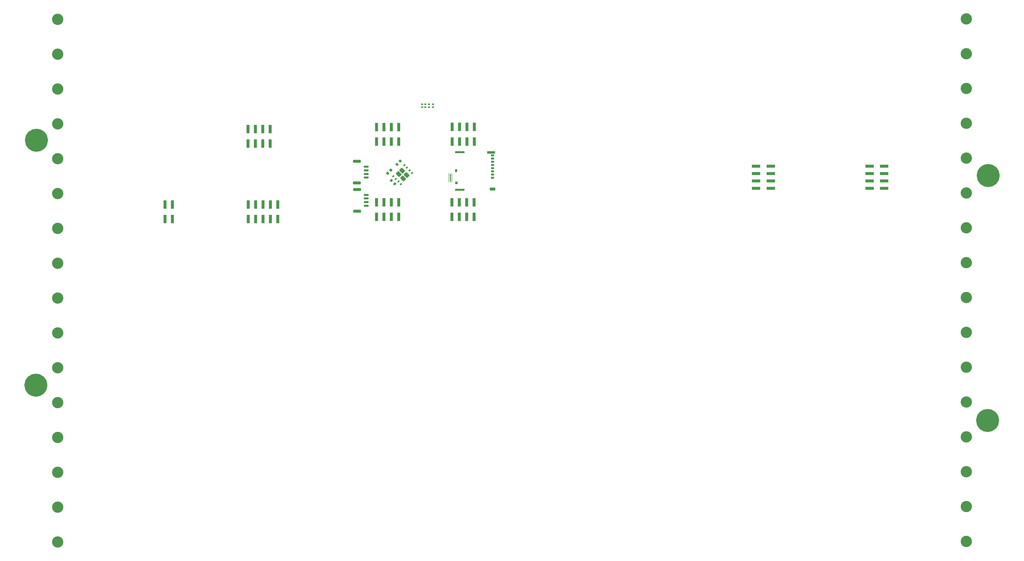
<source format=gbp>
G04 #@! TF.GenerationSoftware,KiCad,Pcbnew,9.0.0*
G04 #@! TF.CreationDate,2025-02-26T21:36:30+05:00*
G04 #@! TF.ProjectId,stencil,7374656e-6369-46c2-9e6b-696361645f70,rev?*
G04 #@! TF.SameCoordinates,Original*
G04 #@! TF.FileFunction,Paste,Bot*
G04 #@! TF.FilePolarity,Positive*
%FSLAX46Y46*%
G04 Gerber Fmt 4.6, Leading zero omitted, Abs format (unit mm)*
G04 Created by KiCad (PCBNEW 9.0.0) date 2025-02-26 21:36:30*
%MOMM*%
%LPD*%
G01*
G04 APERTURE LIST*
G04 Aperture macros list*
%AMRoundRect*
0 Rectangle with rounded corners*
0 $1 Rounding radius*
0 $2 $3 $4 $5 $6 $7 $8 $9 X,Y pos of 4 corners*
0 Add a 4 corners polygon primitive as box body*
4,1,4,$2,$3,$4,$5,$6,$7,$8,$9,$2,$3,0*
0 Add four circle primitives for the rounded corners*
1,1,$1+$1,$2,$3*
1,1,$1+$1,$4,$5*
1,1,$1+$1,$6,$7*
1,1,$1+$1,$8,$9*
0 Add four rect primitives between the rounded corners*
20,1,$1+$1,$2,$3,$4,$5,0*
20,1,$1+$1,$4,$5,$6,$7,0*
20,1,$1+$1,$6,$7,$8,$9,0*
20,1,$1+$1,$8,$9,$2,$3,0*%
G04 Aperture macros list end*
%ADD10C,1.950000*%
%ADD11C,3.950000*%
%ADD12R,3.000000X1.000000*%
%ADD13R,1.000000X3.000000*%
%ADD14RoundRect,0.200000X0.335876X0.053033X0.053033X0.335876X-0.335876X-0.053033X-0.053033X-0.335876X0*%
%ADD15RoundRect,0.200000X-0.053033X0.335876X-0.335876X0.053033X0.053033X-0.335876X0.335876X-0.053033X0*%
%ADD16R,1.100000X0.700000*%
%ADD17R,0.930000X0.900000*%
%ADD18R,0.780000X1.050000*%
%ADD19R,1.830000X1.140000*%
%ADD20R,2.800000X0.860000*%
%ADD21R,3.330000X0.700000*%
%ADD22RoundRect,0.150000X0.700000X-0.150000X0.700000X0.150000X-0.700000X0.150000X-0.700000X-0.150000X0*%
%ADD23RoundRect,0.250000X1.100000X-0.250000X1.100000X0.250000X-1.100000X0.250000X-1.100000X-0.250000X0*%
%ADD24RoundRect,0.225000X0.017678X-0.335876X0.335876X-0.017678X-0.017678X0.335876X-0.335876X0.017678X0*%
%ADD25RoundRect,0.147500X0.172500X-0.147500X0.172500X0.147500X-0.172500X0.147500X-0.172500X-0.147500X0*%
%ADD26RoundRect,0.250000X-0.127279X0.742462X-0.742462X0.127279X0.127279X-0.742462X0.742462X-0.127279X0*%
%ADD27RoundRect,0.125000X0.088388X0.265165X-0.265165X-0.088388X-0.088388X-0.265165X0.265165X0.088388X0*%
%ADD28R,0.450000X0.200000*%
%ADD29R,0.300000X2.800000*%
G04 APERTURE END LIST*
D10*
X369156999Y-43950000D02*
G75*
G02*
X367206999Y-43950000I-975000J0D01*
G01*
X367206999Y-43950000D02*
G75*
G02*
X369156999Y-43950000I975000J0D01*
G01*
X56775000Y-44100000D02*
G75*
G02*
X54825000Y-44100000I-975000J0D01*
G01*
X54825000Y-44100000D02*
G75*
G02*
X56775000Y-44100000I975000J0D01*
G01*
X56775000Y-104100000D02*
G75*
G02*
X54825000Y-104100000I-975000J0D01*
G01*
X54825000Y-104100000D02*
G75*
G02*
X56775000Y-104100000I975000J0D01*
G01*
X56775000Y-224100000D02*
G75*
G02*
X54825000Y-224100000I-975000J0D01*
G01*
X54825000Y-224100000D02*
G75*
G02*
X56775000Y-224100000I975000J0D01*
G01*
D11*
X50475000Y-85750000D02*
G75*
G02*
X46525000Y-85750000I-1975000J0D01*
G01*
X46525000Y-85750000D02*
G75*
G02*
X50475000Y-85750000I1975000J0D01*
G01*
D10*
X56775000Y-116100000D02*
G75*
G02*
X54825000Y-116100000I-975000J0D01*
G01*
X54825000Y-116100000D02*
G75*
G02*
X56775000Y-116100000I975000J0D01*
G01*
X56775000Y-92100000D02*
G75*
G02*
X54825000Y-92100000I-975000J0D01*
G01*
X54825000Y-92100000D02*
G75*
G02*
X56775000Y-92100000I975000J0D01*
G01*
D11*
X377675000Y-97900000D02*
G75*
G02*
X373725000Y-97900000I-1975000J0D01*
G01*
X373725000Y-97900000D02*
G75*
G02*
X377675000Y-97900000I1975000J0D01*
G01*
D10*
X56775000Y-56100000D02*
G75*
G02*
X54825000Y-56100000I-975000J0D01*
G01*
X54825000Y-56100000D02*
G75*
G02*
X56775000Y-56100000I975000J0D01*
G01*
D11*
X50275000Y-170100000D02*
G75*
G02*
X46325000Y-170100000I-1975000J0D01*
G01*
X46325000Y-170100000D02*
G75*
G02*
X50275000Y-170100000I1975000J0D01*
G01*
D10*
X56775000Y-128100000D02*
G75*
G02*
X54825000Y-128100000I-975000J0D01*
G01*
X54825000Y-128100000D02*
G75*
G02*
X56775000Y-128100000I975000J0D01*
G01*
X369156999Y-79900000D02*
G75*
G02*
X367206999Y-79900000I-975000J0D01*
G01*
X367206999Y-79900000D02*
G75*
G02*
X369156999Y-79900000I975000J0D01*
G01*
X56775000Y-200100000D02*
G75*
G02*
X54825000Y-200100000I-975000J0D01*
G01*
X54825000Y-200100000D02*
G75*
G02*
X56775000Y-200100000I975000J0D01*
G01*
X56775000Y-80100000D02*
G75*
G02*
X54825000Y-80100000I-975000J0D01*
G01*
X54825000Y-80100000D02*
G75*
G02*
X56775000Y-80100000I975000J0D01*
G01*
X369157001Y-175900000D02*
G75*
G02*
X367207001Y-175900000I-975000J0D01*
G01*
X367207001Y-175900000D02*
G75*
G02*
X369157001Y-175900000I975000J0D01*
G01*
X56775000Y-152100000D02*
G75*
G02*
X54825000Y-152100000I-975000J0D01*
G01*
X54825000Y-152100000D02*
G75*
G02*
X56775000Y-152100000I975000J0D01*
G01*
X56775000Y-176100000D02*
G75*
G02*
X54825000Y-176100000I-975000J0D01*
G01*
X54825000Y-176100000D02*
G75*
G02*
X56775000Y-176100000I975000J0D01*
G01*
X56775000Y-140100000D02*
G75*
G02*
X54825000Y-140100000I-975000J0D01*
G01*
X54825000Y-140100000D02*
G75*
G02*
X56775000Y-140100000I975000J0D01*
G01*
X369157001Y-103900000D02*
G75*
G02*
X367207001Y-103900000I-975000J0D01*
G01*
X367207001Y-103900000D02*
G75*
G02*
X369157001Y-103900000I975000J0D01*
G01*
X369157001Y-187900000D02*
G75*
G02*
X367207001Y-187900000I-975000J0D01*
G01*
X367207001Y-187900000D02*
G75*
G02*
X369157001Y-187900000I975000J0D01*
G01*
X369157001Y-223900000D02*
G75*
G02*
X367207001Y-223900000I-975000J0D01*
G01*
X367207001Y-223900000D02*
G75*
G02*
X369157001Y-223900000I975000J0D01*
G01*
X369157001Y-151900000D02*
G75*
G02*
X367207001Y-151900000I-975000J0D01*
G01*
X367207001Y-151900000D02*
G75*
G02*
X369157001Y-151900000I975000J0D01*
G01*
X369157001Y-163900000D02*
G75*
G02*
X367207001Y-163900000I-975000J0D01*
G01*
X367207001Y-163900000D02*
G75*
G02*
X369157001Y-163900000I975000J0D01*
G01*
X369157001Y-211900000D02*
G75*
G02*
X367207001Y-211900000I-975000J0D01*
G01*
X367207001Y-211900000D02*
G75*
G02*
X369157001Y-211900000I975000J0D01*
G01*
X56775000Y-164100000D02*
G75*
G02*
X54825000Y-164100000I-975000J0D01*
G01*
X54825000Y-164100000D02*
G75*
G02*
X56775000Y-164100000I975000J0D01*
G01*
X369157001Y-127900000D02*
G75*
G02*
X367207001Y-127900000I-975000J0D01*
G01*
X367207001Y-127900000D02*
G75*
G02*
X369157001Y-127900000I975000J0D01*
G01*
D11*
X377475000Y-182250000D02*
G75*
G02*
X373525000Y-182250000I-1975000J0D01*
G01*
X373525000Y-182250000D02*
G75*
G02*
X377475000Y-182250000I1975000J0D01*
G01*
D10*
X56775000Y-68100000D02*
G75*
G02*
X54825000Y-68100000I-975000J0D01*
G01*
X54825000Y-68100000D02*
G75*
G02*
X56775000Y-68100000I975000J0D01*
G01*
X369157001Y-199900000D02*
G75*
G02*
X367207001Y-199900000I-975000J0D01*
G01*
X367207001Y-199900000D02*
G75*
G02*
X369157001Y-199900000I975000J0D01*
G01*
X369157001Y-115900000D02*
G75*
G02*
X367207001Y-115900000I-975000J0D01*
G01*
X367207001Y-115900000D02*
G75*
G02*
X369157001Y-115900000I975000J0D01*
G01*
X369156999Y-55950000D02*
G75*
G02*
X367206999Y-55950000I-975000J0D01*
G01*
X367206999Y-55950000D02*
G75*
G02*
X369156999Y-55950000I975000J0D01*
G01*
X369157001Y-223925000D02*
G75*
G02*
X367207001Y-223925000I-975000J0D01*
G01*
X367207001Y-223925000D02*
G75*
G02*
X369157001Y-223925000I975000J0D01*
G01*
X369156999Y-91900000D02*
G75*
G02*
X367206999Y-91900000I-975000J0D01*
G01*
X367206999Y-91900000D02*
G75*
G02*
X369156999Y-91900000I975000J0D01*
G01*
X56775000Y-188100000D02*
G75*
G02*
X54825000Y-188100000I-975000J0D01*
G01*
X54825000Y-188100000D02*
G75*
G02*
X56775000Y-188100000I975000J0D01*
G01*
X369157001Y-139900000D02*
G75*
G02*
X367207001Y-139900000I-975000J0D01*
G01*
X367207001Y-139900000D02*
G75*
G02*
X369157001Y-139900000I975000J0D01*
G01*
X56775000Y-212100000D02*
G75*
G02*
X54825000Y-212100000I-975000J0D01*
G01*
X54825000Y-212100000D02*
G75*
G02*
X56775000Y-212100000I975000J0D01*
G01*
X369156999Y-67900000D02*
G75*
G02*
X367206999Y-67900000I-975000J0D01*
G01*
X367206999Y-67900000D02*
G75*
G02*
X369156999Y-67900000I975000J0D01*
G01*
D12*
X334917500Y-94670000D03*
X339957500Y-94670000D03*
X334917500Y-97210000D03*
X339957500Y-97210000D03*
X334917500Y-99750000D03*
X339957500Y-99750000D03*
X334917500Y-102290000D03*
X339957500Y-102290000D03*
X300962500Y-102300000D03*
X295922500Y-102300000D03*
X300962500Y-99760001D03*
X295922500Y-99760001D03*
X300962500Y-97219999D03*
X295922500Y-97219999D03*
X300962500Y-94680000D03*
X295922500Y-94680000D03*
D13*
X128855000Y-81890000D03*
X128855000Y-86930000D03*
X126315001Y-81890000D03*
X126315001Y-86930000D03*
X123774999Y-81890000D03*
X123774999Y-86930000D03*
X121235000Y-81890000D03*
X121235000Y-86930000D03*
X92685000Y-112905000D03*
X92685000Y-107865000D03*
X95225002Y-112905000D03*
X95225002Y-107865000D03*
X121290000Y-112905001D03*
X121290000Y-107864999D03*
X123830000Y-112905000D03*
X123830000Y-107865000D03*
X126370000Y-112905000D03*
X126370000Y-107865000D03*
X128910000Y-112905000D03*
X128910000Y-107865000D03*
X131450000Y-112905001D03*
X131450000Y-107864999D03*
D14*
X171653363Y-100768363D03*
X170486637Y-99601637D03*
D15*
X173578363Y-92876637D03*
X172411637Y-94043363D03*
D16*
X205320001Y-98685000D03*
X205320000Y-97585000D03*
X205320000Y-96485000D03*
X205320000Y-95385000D03*
X205320000Y-94285000D03*
X205320000Y-93185000D03*
X205320000Y-92085000D03*
X205320001Y-90985000D03*
D17*
X192855000Y-100475000D03*
D18*
X192780000Y-96209999D03*
D19*
X205305000Y-102564999D03*
D20*
X204820000Y-89905000D03*
D21*
X194055000Y-102785000D03*
X194055000Y-89825000D03*
D22*
X161895000Y-108310000D03*
X161895000Y-107060000D03*
X161895000Y-105810000D03*
X161895000Y-104560000D03*
D23*
X158695000Y-110160000D03*
X158695000Y-102710000D03*
D13*
X191397479Y-86194999D03*
X191397479Y-81154999D03*
X193937478Y-86194999D03*
X193937478Y-81154999D03*
X196477480Y-86194999D03*
X196477480Y-81154999D03*
X199017479Y-86194999D03*
X199017479Y-81154999D03*
X165422479Y-86244999D03*
X165422479Y-81204999D03*
X167962478Y-86244999D03*
X167962478Y-81204999D03*
X170502480Y-86244999D03*
X170502480Y-81204999D03*
X173042479Y-86244999D03*
X173042479Y-81204999D03*
X173042479Y-107115000D03*
X173042479Y-112155000D03*
X170502480Y-107115000D03*
X170502480Y-112155000D03*
X167962478Y-107115000D03*
X167962478Y-112155000D03*
X165422479Y-107115000D03*
X165422479Y-112155000D03*
D24*
X169196992Y-97158008D03*
X170293008Y-96061992D03*
D13*
X198992479Y-107090000D03*
X198992479Y-112130000D03*
X196452480Y-107090000D03*
X196452480Y-112130000D03*
X193912478Y-107090000D03*
X193912478Y-112130000D03*
X191372479Y-107090000D03*
X191372479Y-112130000D03*
D25*
X183495000Y-74345000D03*
X183495000Y-73375000D03*
D26*
X175756181Y-97744099D03*
X174235901Y-96223819D03*
X174554099Y-98946181D03*
X173033819Y-97425901D03*
D27*
X174957150Y-94328773D03*
X175855176Y-95226799D03*
X176753201Y-96124824D03*
X177651227Y-97022850D03*
X173832850Y-100841227D03*
X172934824Y-99943201D03*
X172036799Y-99045176D03*
X171138773Y-98147150D03*
D22*
X161845000Y-98610000D03*
X161845000Y-97360000D03*
X161845000Y-96110000D03*
X161845000Y-94860000D03*
D23*
X158645000Y-100460000D03*
X158645000Y-93010000D03*
D25*
X182195000Y-74327500D03*
X182195000Y-73357500D03*
D28*
X190219999Y-100084999D03*
X190220000Y-99684999D03*
X190220000Y-99284999D03*
X190220000Y-98884998D03*
X190220000Y-98485000D03*
X190220000Y-98084999D03*
X190220000Y-97684999D03*
X190219999Y-97284999D03*
X191370000Y-97284999D03*
X191370000Y-97684999D03*
X191370000Y-98084999D03*
X191370000Y-98484999D03*
X191370000Y-98884999D03*
X191370000Y-99284999D03*
X191370000Y-99684999D03*
X191370000Y-100084999D03*
D29*
X190794999Y-98684999D03*
D25*
X184795000Y-74345000D03*
X184795000Y-73375000D03*
X181120000Y-74320000D03*
X181120000Y-73350000D03*
M02*

</source>
